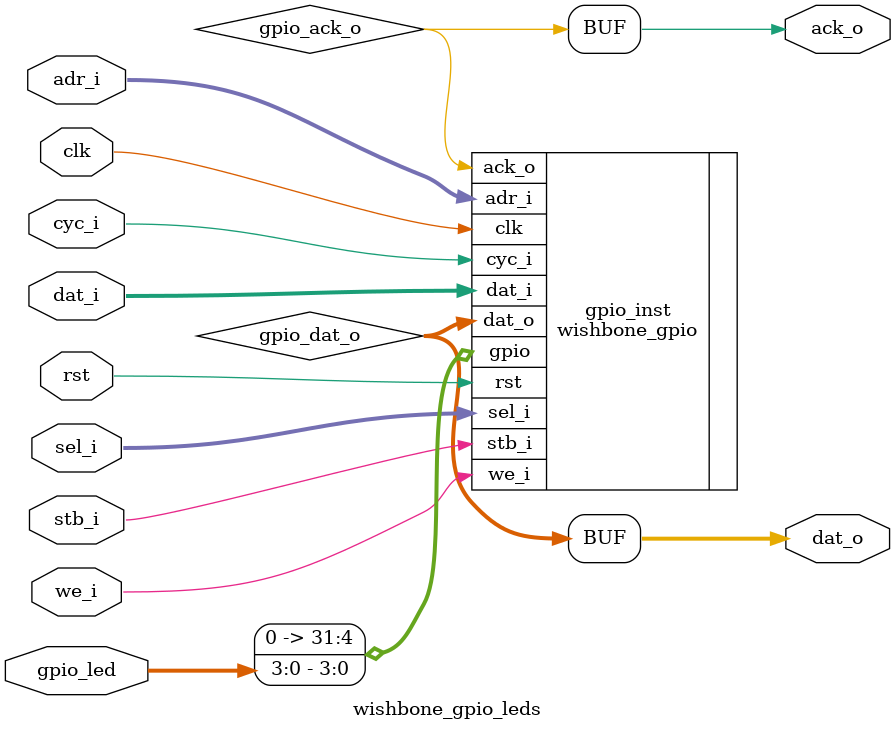
<source format=v>
module wishbone_gpio_leds (
    input wire clk,
    input wire rst,

    // WISHBONE Interface
    input wire [31:0] adr_i,
    input wire [31:0] dat_i,
    output wire [31:0] dat_o,
    input wire we_i,
    input wire [1:0] sel_i, // Byte select
    input wire stb_i,
    output wire ack_o,
    input wire cyc_i,

    // GPIO Interface
    inout wire [3:0] gpio_led
);

    // Internal signals
    wire [31:0] gpio_dat_o;
    wire gpio_ack_o;

    // Instantiate WISHBONE GPIO module for LEDs
    wishbone_gpio gpio_inst (
        .clk(clk),
        .rst(rst),
        .adr_i(adr_i),
        .dat_i(dat_i),
        .dat_o(gpio_dat_o),
        .we_i(we_i),
        .sel_i(sel_i),
        .stb_i(stb_i),
        .ack_o(gpio_ack_o),
        .cyc_i(cyc_i),
        .gpio({28'b0, gpio_led}) // Only use lower 4 bits for LEDs
    );

    // Connect WISHBONE signals
    assign dat_o = gpio_dat_o;
    assign ack_o = gpio_ack_o;

endmodule

</source>
